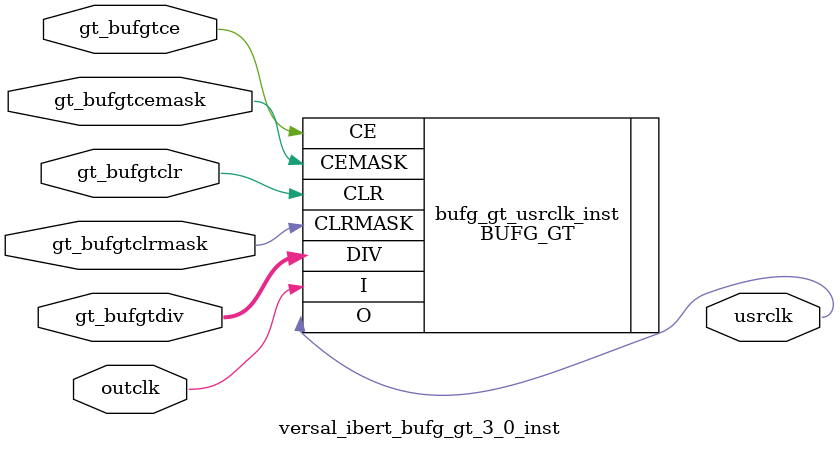
<source format=v>




`timescale 1ns / 1ps



module versal_ibert_bufg_gt_3_0_inst  (
    input outclk,
    input gt_bufgtce,
    input gt_bufgtcemask,
    input gt_bufgtclr,
    input gt_bufgtclrmask,
    input [2:0] gt_bufgtdiv,
    output usrclk
    );
     
      wire sync_ce;
      wire sync_clr;

      //BUFG_GT_SYNC sync_clr_ce (.CESYNC(sync_ce), .CLRSYNC(sync_clr), .CE(gt_bufgtce), .CLK(outclk), .CLR(gt_bufgtclr));
    //assign usrclk = outclk;
      BUFG_GT #(
        .SIM_DEVICE ("VERSAL_PREMIUM")
      ) bufg_gt_usrclk_inst (
        .CE      (gt_bufgtce),
        .CEMASK  (gt_bufgtcemask),
        .CLR     (gt_bufgtclr),
        .CLRMASK (gt_bufgtclrmask),
        .DIV     (gt_bufgtdiv),
        .I       (outclk),
        .O       (usrclk)
      );
endmodule
//------}

</source>
